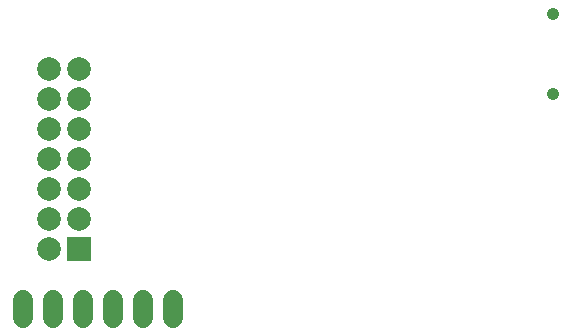
<source format=gbs>
G04 EAGLE Gerber RS-274X export*
G75*
%MOMM*%
%FSLAX34Y34*%
%LPD*%
%INSoldermask Bottom*%
%IPPOS*%
%AMOC8*
5,1,8,0,0,1.08239X$1,22.5*%
G01*
%ADD10R,2.002000X2.002000*%
%ADD11C,2.002000*%
%ADD12C,1.077000*%
%ADD13C,1.651000*%


D10*
X72390Y584200D03*
D11*
X46990Y584200D03*
X72390Y609600D03*
X46990Y609600D03*
X72390Y635000D03*
X46990Y635000D03*
X72390Y660400D03*
X46990Y660400D03*
X72390Y685800D03*
X46990Y685800D03*
X72390Y711200D03*
X46990Y711200D03*
X72390Y736600D03*
X46990Y736600D03*
D12*
X473830Y715534D03*
X473830Y783534D03*
D13*
X25400Y541020D02*
X25400Y525780D01*
X50800Y525780D02*
X50800Y541020D01*
X76200Y541020D02*
X76200Y525780D01*
X101600Y525780D02*
X101600Y541020D01*
X127000Y541020D02*
X127000Y525780D01*
X152400Y525780D02*
X152400Y541020D01*
M02*

</source>
